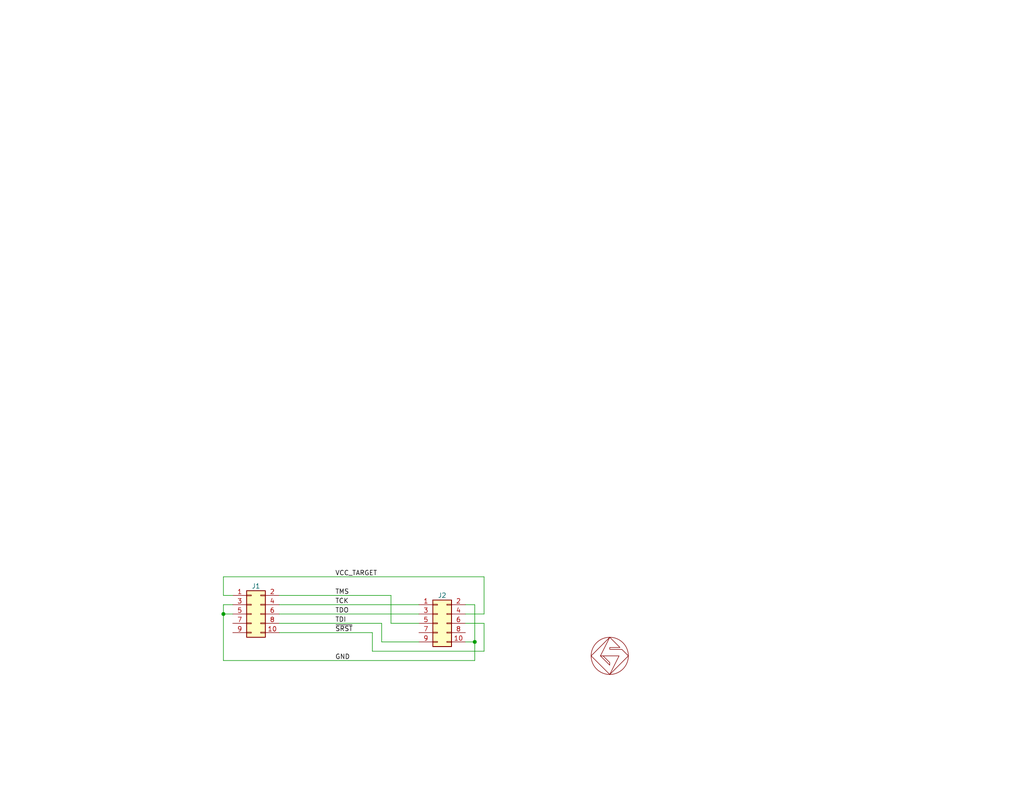
<source format=kicad_sch>
(kicad_sch (version 20230121) (generator eeschema)
  (paper "A")
  (title_block (title "Altera Blaster Adapter") (date "2024-04-30") (rev "0.1") (company "Steiert Solutions"))
  (lib_symbols
    (symbol "Connector_Generic:Conn_02x05_Odd_Even" (pin_names (offset 1.016) hide)
      (property "Reference" "J" (at 1.27 7.62 0))
      (property "Value" "Conn_02x05_Odd_Even" (at 1.27 -7.62 0))
      (symbol "Conn_02x05_Odd_Even_1_1"
        (rectangle (start -1.27 -4.953) (end 0 -5.207) (stroke (width 0.1524)))
        (rectangle (start -1.27 -2.413) (end 0 -2.667) (stroke (width 0.1524)))
        (rectangle (start -1.27 0.127) (end 0 -0.127) (stroke (width 0.1524)))
        (rectangle (start -1.27 2.667) (end 0 2.413) (stroke (width 0.1524)))
        (rectangle (start -1.27 5.207) (end 0 4.953) (stroke (width 0.1524)))
        (rectangle (start -1.27 6.35) (end 3.81 -6.35) (stroke (width 0.254)) (fill (type background)))
        (rectangle (start 3.81 -4.953) (end 2.54 -5.207) (stroke (width 0.1524)))
        (rectangle (start 3.81 -2.413) (end 2.54 -2.667) (stroke (width 0.1524)))
        (rectangle (start 3.81 0.127) (end 2.54 -0.127) (stroke (width 0.1524)))
        (rectangle (start 3.81 2.667) (end 2.54 2.413) (stroke (width 0.1524)))
        (rectangle (start 3.81 5.207) (end 2.54 4.953) (stroke (width 0.1524)))
        (pin passive line (at -5.08 5.08 0) (length 3.81) (name "Pin_1") (number "1"))
        (pin passive line (at 7.62 -5.08 180) (length 3.81) (name "Pin_10") (number "10"))
        (pin passive line (at 7.62 5.08 180) (length 3.81) (name "Pin_2") (number "2"))
        (pin passive line (at -5.08 2.54 0) (length 3.81) (name "Pin_3") (number "3"))
        (pin passive line (at 7.62 2.54 180) (length 3.81) (name "Pin_4") (number "4"))
        (pin passive line (at -5.08 0 0) (length 3.81) (name "Pin_5") (number "5"))
        (pin passive line (at 7.62 0 180) (length 3.81) (name "Pin_6") (number "6"))
        (pin passive line (at -5.08 -2.54 0) (length 3.81) (name "Pin_7") (number "7"))
        (pin passive line (at 7.62 -2.54 180) (length 3.81) (name "Pin_8") (number "8"))
        (pin passive line (at -5.08 -5.08 0) (length 3.81) (name "Pin_9") (number "9"))
      )
    )
    (symbol "nfc-tst-rescue:GS_logo-custom" (pin_numbers hide) (pin_names (offset 0) hide)
      (symbol "GS_logo-custom_0_1"
        (polyline (pts (xy 0 -5.08) (xy 5.08 0)))
        (polyline (pts (xy -2.54 0) (xy 0 -2.54) (xy 0 -1.8288) (xy -1.8288 0)))
        (polyline (pts (xy 0 5.08) (xy -5.08 0) (xy 0 -5.08) (xy 2.54 0) (xy -2.54 0) (xy 0 5.08)))
        (polyline (pts (xy 5.08 0) (xy 3.302 1.778) (xy 0 1.778) (xy 0 2.286) (xy 2.794 2.286) (xy 0 5.08)))
        (circle (center 0 0) (radius 5.08))
      )
      (symbol "GS_logo-custom_1_1"
        (pin unspecified line (at 0 0 90) (length 0) hide (name "GS") (number "1"))
      )
    )
  )
  (junction (at 129.54 175.26))
  (junction (at 60.96 167.64))
  (wire (pts (xy 76.2 167.64) (xy 114.3 167.64)))
  (wire (pts (xy 114.3 170.18) (xy 106.68 170.18)))
  (wire (pts (xy 129.54 175.26) (xy 129.54 165.1)))
  (wire (pts (xy 104.14 170.18) (xy 104.14 175.26)))
  (wire (pts (xy 106.68 170.18) (xy 106.68 162.56)))
  (wire (pts (xy 104.14 175.26) (xy 114.3 175.26)))
  (wire (pts (xy 76.2 162.56) (xy 106.68 162.56)))
  (wire (pts (xy 127 167.64) (xy 132.08 167.64)))
  (wire (pts (xy 60.96 180.34) (xy 129.54 180.34)))
  (wire (pts (xy 76.2 170.18) (xy 104.14 170.18)))
  (wire (pts (xy 60.96 165.1) (xy 63.5 165.1)))
  (wire (pts (xy 132.08 167.64) (xy 132.08 157.48)))
  (wire (pts (xy 132.08 177.8) (xy 101.6 177.8)))
  (wire (pts (xy 132.08 170.18) (xy 132.08 177.8)))
  (wire (pts (xy 60.96 167.64) (xy 60.96 180.34)))
  (wire (pts (xy 127 165.1) (xy 129.54 165.1)))
  (wire (pts (xy 63.5 167.64) (xy 60.96 167.64)))
  (wire (pts (xy 127 170.18) (xy 132.08 170.18)))
  (wire (pts (xy 127 175.26) (xy 129.54 175.26)))
  (wire (pts (xy 60.96 157.48) (xy 60.96 162.56)))
  (wire (pts (xy 60.96 162.56) (xy 63.5 162.56)))
  (wire (pts (xy 101.6 172.72) (xy 101.6 177.8)))
  (wire (pts (xy 132.08 157.48) (xy 60.96 157.48)))
  (wire (pts (xy 76.2 172.72) (xy 101.6 172.72)))
  (wire (pts (xy 60.96 167.64) (xy 60.96 165.1)))
  (wire (pts (xy 76.2 165.1) (xy 114.3 165.1)))
  (wire (pts (xy 129.54 175.26) (xy 129.54 180.34)))
  (label "GND" (at 91.44 180.34 0))
  (label "TMS" (at 91.44 162.56 0))
  (label "TDO" (at 91.44 167.64 0))
  (label "TDI" (at 91.44 170.18 0))
  (label "VCC_TARGET" (at 91.44 157.48 0))
  (label "~{SRST}" (at 91.44 172.72 0))
  (label "TCK" (at 91.44 165.1 0))
  (symbol (lib_id "nfc-tst-rescue:GS_logo-custom") (at 166.37 179.07 0) (unit 1) (on_board no)
    (property "Reference" "GS1" (effects hide))
    (property "Value" "GS_logo" (effects hide))
    (property "Footprint" "footprint:gs_logo_200mil" (effects hide))
  )
  (symbol (lib_id "Connector_Generic:Conn_02x05_Odd_Even") (at 119.38 170.18 0) (unit 1)
    (property "Reference" "J2" (at 120.65 162.56 0))
    (property "Value" "Conn_02x05_Counter_Clockwise" (effects hide))
    (property "Footprint" "custom:PinSocket_2x05_P100mil_Board_Tab" (effects hide))
    (property "LCSC" "C2685127" (effects hide))
    (property "MPN" "FH-00843" (effects hide))
  )
  (symbol (lib_id "Connector_Generic:Conn_02x05_Odd_Even") (at 68.58 167.64 0) (unit 1)
    (property "Reference" "J1" (at 69.85 160.02 0))
    (property "Value" "Conn_02x05_Counter_Clockwise" (effects hide))
    (property "Footprint" "Connector_PinHeader_1.27mm:PinHeader_2x05_P1.27mm_Vertical_SMD" (effects hide))
    (property "LCSC" "C2972785" (effects hide))
    (property "MPN" "20021521-00010T1LF" (effects hide))
  )
)
</source>
